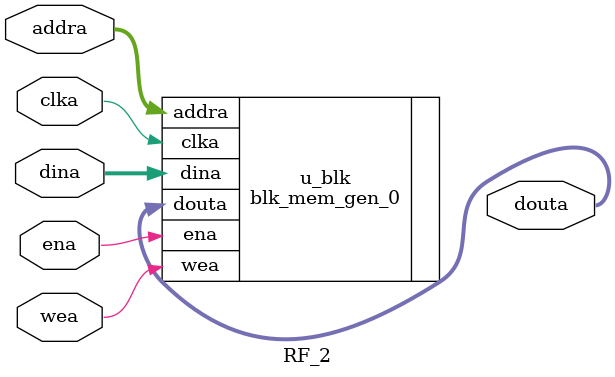
<source format=v>
`timescale 1ns / 1ps


module RF_2(
    input clka,
    input [4: 0] addra,
    input [31: 0] dina,
    input ena,
    input wea,
    output [31: 0] douta
    );
    blk_mem_gen_0  u_blk(
        .clka (clka),
        .addra (addra),
        .dina (dina),
        .ena (ena),
        .wea (wea),
        .douta (douta)
    );
endmodule

</source>
